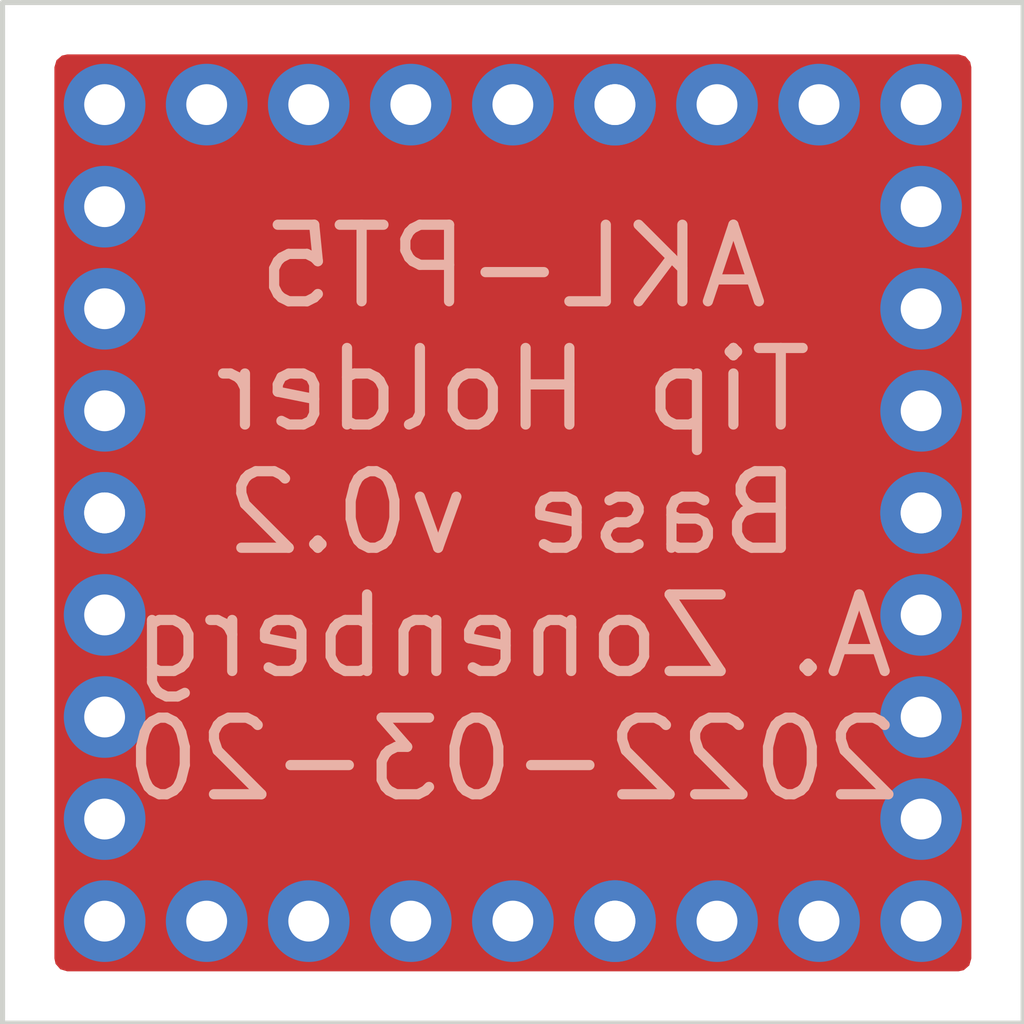
<source format=kicad_pcb>
(kicad_pcb (version 20211014) (generator pcbnew)
  (layers (0 "F.Cu" signal) (31 "B.Cu" signal) (34 "B.Paste" user) (35 "F.Paste" user) (36 "B.SilkS" user "B.Silkscreen") (37 "F.SilkS" user "F.Silkscreen") (38 "B.Mask" user) (39 "F.Mask" user) (44 "Edge.Cuts" user))
  (net 0 "")
  (net 1 "/GND")
  (footprint "azonenberg_pcb:TESTPOINT_SMT_0.5MM" (layer "F.Cu") (at 65 63)
    (fp_text reference "J1" hide)
    (fp_text value "TESTPAD" hide)
    (pad "1" smd circle locked (at 0 0) (size 0.5 0.5) (layers "F.Cu" "F.Mask") (net 1 "/GND"))
  )
  (gr_line (start 60 70) (end 60 60) (layer "Edge.Cuts") (width 0.05))
  (gr_line (start 70 70) (end 60 70) (layer "Edge.Cuts") (width 0.05))
  (gr_line (start 70 60) (end 70 70) (layer "Edge.Cuts") (width 0.05))
  (gr_line (start 60 60) (end 70 60) (layer "Edge.Cuts") (width 0.05))
  (gr_text "AKL-PT5\nTip Holder\nBase v0.2\nA. Zonenberg\n2022-03-20" (at 65 65) (layer "B.SilkS") (effects (font (size 0.75 0.75) (thickness 0.1)) (justify mirror)))
  (via (at 62 61) (size 0.8) (drill 0.4) (layers "F.Cu" "B.Cu") (net 1))
  (via (at 63 61) (size 0.8) (drill 0.4) (layers "F.Cu" "B.Cu") (net 1))
  (via (at 64 61) (size 0.8) (drill 0.4) (layers "F.Cu" "B.Cu") (net 1))
  (via (at 65 61) (size 0.8) (drill 0.4) (layers "F.Cu" "B.Cu") (net 1))
  (via (at 66 61) (size 0.8) (drill 0.4) (layers "F.Cu" "B.Cu") (net 1))
  (via (at 66 61) (size 0.8) (drill 0.4) (layers "F.Cu" "B.Cu") (net 1))
  (via (at 67 61) (size 0.8) (drill 0.4) (layers "F.Cu" "B.Cu") (net 1))
  (via (at 68 61) (size 0.8) (drill 0.4) (layers "F.Cu" "B.Cu") (net 1))
  (via (at 69 61) (size 0.8) (drill 0.4) (layers "F.Cu" "B.Cu") (net 1))
  (via (at 61 69) (size 0.8) (drill 0.4) (layers "F.Cu" "B.Cu") (net 1))
  (via (at 66 69) (size 0.8) (drill 0.4) (layers "F.Cu" "B.Cu") (net 1))
  (via (at 64 69) (size 0.8) (drill 0.4) (layers "F.Cu" "B.Cu") (net 1))
  (via (at 69 69) (size 0.8) (drill 0.4) (layers "F.Cu" "B.Cu") (net 1))
  (via (at 65 69) (size 0.8) (drill 0.4) (layers "F.Cu" "B.Cu") (net 1))
  (via (at 66 69) (size 0.8) (drill 0.4) (layers "F.Cu" "B.Cu") (net 1))
  (via (at 62 69) (size 0.8) (drill 0.4) (layers "F.Cu" "B.Cu") (net 1))
  (via (at 67 69) (size 0.8) (drill 0.4) (layers "F.Cu" "B.Cu") (net 1))
  (via (at 68 69) (size 0.8) (drill 0.4) (layers "F.Cu" "B.Cu") (net 1))
  (via (at 63 69) (size 0.8) (drill 0.4) (layers "F.Cu" "B.Cu") (net 1))
  (via (at 61 67) (size 0.8) (drill 0.4) (layers "F.Cu" "B.Cu") (net 1))
  (via (at 61 65) (size 0.8) (drill 0.4) (layers "F.Cu" "B.Cu") (net 1))
  (via (at 61 68) (size 0.8) (drill 0.4) (layers "F.Cu" "B.Cu") (net 1))
  (via (at 61 61.999999) (size 0.8) (drill 0.4) (layers "F.Cu" "B.Cu") (net 1))
  (via (at 61 66.000001) (size 0.8) (drill 0.4) (layers "F.Cu" "B.Cu") (net 1))
  (via (at 61 65) (size 0.8) (drill 0.4) (layers "F.Cu" "B.Cu") (net 1))
  (via (at 61 64) (size 0.8) (drill 0.4) (layers "F.Cu" "B.Cu") (net 1))
  (via (at 61 63) (size 0.8) (drill 0.4) (layers "F.Cu" "B.Cu") (net 1))
  (via (at 69 66.000001) (size 0.8) (drill 0.4) (layers "F.Cu" "B.Cu") (net 1))
  (via (at 69 64) (size 0.8) (drill 0.4) (layers "F.Cu" "B.Cu") (net 1))
  (via (at 69 65) (size 0.8) (drill 0.4) (layers "F.Cu" "B.Cu") (net 1))
  (via (at 69 63) (size 0.8) (drill 0.4) (layers "F.Cu" "B.Cu") (net 1))
  (via (at 69 67) (size 0.8) (drill 0.4) (layers "F.Cu" "B.Cu") (net 1))
  (via (at 69 65) (size 0.8) (drill 0.4) (layers "F.Cu" "B.Cu") (net 1))
  (via (at 69 61.999999) (size 0.8) (drill 0.4) (layers "F.Cu" "B.Cu") (net 1))
  (via (at 69 68) (size 0.8) (drill 0.4) (layers "F.Cu" "B.Cu") (net 1))
  (via (at 61 61) (size 0.8) (drill 0.4) (layers "F.Cu" "B.Cu") (net 1))
  (zone (net 1) (net_name "/GND") (layer "F.Cu") (connect_pads yes (clearance 0.508)) (min_thickness 0.254) (fill yes (thermal_gap 0.508) (thermal_bridge_width 0.508))
    (polygon (pts (xy 69.5 69.5) (xy 60.5 69.5) (xy 60.5 60.5) (xy 69.5 60.5)))
  )
)
</source>
